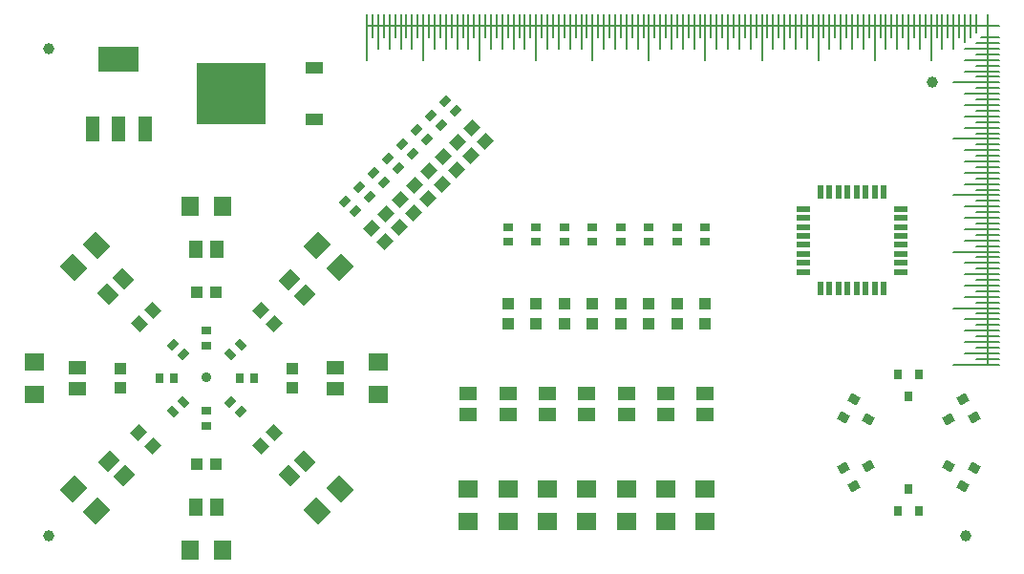
<source format=gbr>
%TF.GenerationSoftware,KiCad,Pcbnew,6.0.11-2627ca5db0~126~ubuntu20.04.1*%
%TF.CreationDate,2023-07-21T22:08:40+02:00*%
%TF.ProjectId,Demo Board v2,44656d6f-2042-46f6-9172-642076322e6b,rev?*%
%TF.SameCoordinates,Original*%
%TF.FileFunction,Copper,L6,Bot*%
%TF.FilePolarity,Positive*%
%FSLAX46Y46*%
G04 Gerber Fmt 4.6, Leading zero omitted, Abs format (unit mm)*
G04 Created by KiCad (PCBNEW 6.0.11-2627ca5db0~126~ubuntu20.04.1) date 2023-07-21 22:08:40*
%MOMM*%
%LPD*%
G01*
G04 APERTURE LIST*
G04 Aperture macros list*
%AMRoundRect*
0 Rectangle with rounded corners*
0 $1 Rounding radius*
0 $2 $3 $4 $5 $6 $7 $8 $9 X,Y pos of 4 corners*
0 Add a 4 corners polygon primitive as box body*
4,1,4,$2,$3,$4,$5,$6,$7,$8,$9,$2,$3,0*
0 Add four circle primitives for the rounded corners*
1,1,$1+$1,$2,$3*
1,1,$1+$1,$4,$5*
1,1,$1+$1,$6,$7*
1,1,$1+$1,$8,$9*
0 Add four rect primitives between the rounded corners*
20,1,$1+$1,$2,$3,$4,$5,0*
20,1,$1+$1,$4,$5,$6,$7,0*
20,1,$1+$1,$6,$7,$8,$9,0*
20,1,$1+$1,$8,$9,$2,$3,0*%
%AMRotRect*
0 Rectangle, with rotation*
0 The origin of the aperture is its center*
0 $1 length*
0 $2 width*
0 $3 Rotation angle, in degrees counterclockwise*
0 Add horizontal line*
21,1,$1,$2,0,0,$3*%
G04 Aperture macros list end*
%TA.AperFunction,SMDPad,CuDef*%
%ADD10R,1.100000X1.000000*%
%TD*%
%TA.AperFunction,SMDPad,CuDef*%
%ADD11R,1.500000X1.300000*%
%TD*%
%TA.AperFunction,SMDPad,CuDef*%
%ADD12R,0.900000X0.700000*%
%TD*%
%TA.AperFunction,SMDPad,CuDef*%
%ADD13RotRect,1.300000X1.500000X315.000000*%
%TD*%
%TA.AperFunction,SMDPad,CuDef*%
%ADD14R,1.300000X1.500000*%
%TD*%
%TA.AperFunction,SMDPad,CuDef*%
%ADD15RotRect,1.000000X1.100000X135.000000*%
%TD*%
%TA.AperFunction,SMDPad,CuDef*%
%ADD16R,1.600000X1.803000*%
%TD*%
%TA.AperFunction,SMDPad,CuDef*%
%ADD17RotRect,1.600000X1.803000X45.000000*%
%TD*%
%TA.AperFunction,SMDPad,CuDef*%
%ADD18R,1.803000X1.600000*%
%TD*%
%TA.AperFunction,SMDPad,CuDef*%
%ADD19RotRect,0.700000X0.900000X315.000000*%
%TD*%
%TA.AperFunction,SMDPad,CuDef*%
%ADD20RoundRect,0.500000X0.000000X0.000000X0.000000X0.000000X0.000000X0.000000X0.000000X0.000000X0*%
%TD*%
%TA.AperFunction,SMDPad,CuDef*%
%ADD21R,1.270000X0.558800*%
%TD*%
%TA.AperFunction,SMDPad,CuDef*%
%ADD22R,0.558800X1.270000*%
%TD*%
%TA.AperFunction,SMDPad,CuDef*%
%ADD23RotRect,1.600000X1.803000X225.000000*%
%TD*%
%TA.AperFunction,SMDPad,CuDef*%
%ADD24RotRect,0.800000X0.900000X240.000000*%
%TD*%
%TA.AperFunction,SMDPad,CuDef*%
%ADD25R,1.600000X1.000000*%
%TD*%
%TA.AperFunction,SMDPad,CuDef*%
%ADD26R,6.200000X5.400000*%
%TD*%
%TA.AperFunction,SMDPad,CuDef*%
%ADD27R,0.700000X0.900000*%
%TD*%
%TA.AperFunction,SMDPad,CuDef*%
%ADD28RotRect,0.700000X0.900000X135.000000*%
%TD*%
%TA.AperFunction,SMDPad,CuDef*%
%ADD29RotRect,1.000000X1.100000X315.000000*%
%TD*%
%TA.AperFunction,SMDPad,CuDef*%
%ADD30R,1.219200X2.235200*%
%TD*%
%TA.AperFunction,SMDPad,CuDef*%
%ADD31R,3.600000X2.200000*%
%TD*%
%TA.AperFunction,SMDPad,CuDef*%
%ADD32RotRect,1.300000X1.500000X135.000000*%
%TD*%
%TA.AperFunction,SMDPad,CuDef*%
%ADD33RotRect,1.300000X1.500000X225.000000*%
%TD*%
%TA.AperFunction,SMDPad,CuDef*%
%ADD34RotRect,1.000000X1.100000X225.000000*%
%TD*%
%TA.AperFunction,SMDPad,CuDef*%
%ADD35RotRect,0.800000X0.900000X120.000000*%
%TD*%
%TA.AperFunction,SMDPad,CuDef*%
%ADD36RotRect,1.600000X1.803000X315.000000*%
%TD*%
%TA.AperFunction,SMDPad,CuDef*%
%ADD37R,0.800000X0.900000*%
%TD*%
%TA.AperFunction,SMDPad,CuDef*%
%ADD38RotRect,0.800000X0.900000X300.000000*%
%TD*%
%TA.AperFunction,SMDPad,CuDef*%
%ADD39R,1.000000X1.100000*%
%TD*%
%TA.AperFunction,SMDPad,CuDef*%
%ADD40RotRect,0.700000X0.900000X225.000000*%
%TD*%
%TA.AperFunction,SMDPad,CuDef*%
%ADD41RotRect,1.000000X1.100000X45.000000*%
%TD*%
%TA.AperFunction,SMDPad,CuDef*%
%ADD42RotRect,0.800000X0.900000X60.000000*%
%TD*%
%TA.AperFunction,SMDPad,CuDef*%
%ADD43RotRect,1.300000X1.500000X45.000000*%
%TD*%
%TA.AperFunction,SMDPad,CuDef*%
%ADD44RotRect,1.600000X1.803000X135.000000*%
%TD*%
%TA.AperFunction,ViaPad*%
%ADD45C,0.904800*%
%TD*%
%TA.AperFunction,Conductor*%
%ADD46C,0.154000*%
%TD*%
G04 APERTURE END LIST*
D10*
%TO.P,R0603-26,1*%
%TO.N,N/C*%
X151051100Y-106053600D03*
%TO.P,R0603-26,2*%
X151051100Y-107753600D03*
%TD*%
D11*
%TO.P,R0805-10,1*%
%TO.N,N/C*%
X133261100Y-111673600D03*
%TO.P,R0805-10,2*%
X133261100Y-113573600D03*
%TD*%
D12*
%TO.P,R0402-20,1*%
%TO.N,N/C*%
X156051100Y-99253600D03*
%TO.P,R0402-20,2*%
X156051100Y-100553600D03*
%TD*%
D13*
%TO.P,R0805-11,1*%
%TO.N,N/C*%
X129214820Y-103896374D03*
%TO.P,R0805-11,2*%
X130558322Y-105239876D03*
%TD*%
D14*
%TO.P,R0805-12,1*%
%TO.N,N/C*%
X120881100Y-101193600D03*
%TO.P,R0805-12,2*%
X122781100Y-101193600D03*
%TD*%
D15*
%TO.P,R0603-19,1*%
%TO.N,N/C*%
X140212141Y-97984641D03*
%TO.P,R0603-19,2*%
X139010059Y-96782559D03*
%TD*%
D16*
%TO.P,R1206-12,1*%
%TO.N,N/C*%
X123253100Y-97383600D03*
%TO.P,R1206-12,2*%
X120409100Y-97383600D03*
%TD*%
D17*
%TO.P,R1206-9,1*%
%TO.N,N/C*%
X131620594Y-124424106D03*
%TO.P,R1206-9,2*%
X133631606Y-122413094D03*
%TD*%
D18*
%TO.P,R1206-21,1*%
%TO.N,N/C*%
X159051100Y-125325600D03*
%TO.P,R1206-21,2*%
X159051100Y-122481600D03*
%TD*%
D12*
%TO.P,R0402-17,1*%
%TO.N,N/C*%
X148551100Y-99253600D03*
%TO.P,R0402-17,2*%
X148551100Y-100553600D03*
%TD*%
D19*
%TO.P,R0402-25,1*%
%TO.N,N/C*%
X134071481Y-96923981D03*
%TO.P,R0402-25,2*%
X134990719Y-97843219D03*
%TD*%
D18*
%TO.P,R1206-10,1*%
%TO.N,N/C*%
X137071100Y-114045600D03*
%TO.P,R1206-10,2*%
X137071100Y-111201600D03*
%TD*%
D10*
%TO.P,R0603-32,1*%
%TO.N,N/C*%
X166051100Y-106053600D03*
%TO.P,R0603-32,2*%
X166051100Y-107753600D03*
%TD*%
D20*
%TO.P,FID-8,1*%
%TO.N,N/C*%
X189141100Y-126593600D03*
%TD*%
D11*
%TO.P,R0805-20,1*%
%TO.N,N/C*%
X155551100Y-113953600D03*
%TO.P,R0805-20,2*%
X155551100Y-115853600D03*
%TD*%
D21*
%TO.P,TQFP-32-2,1*%
%TO.N,N/C*%
X183343700Y-97603600D03*
%TO.P,TQFP-32-2,2*%
X183343700Y-98403600D03*
%TO.P,TQFP-32-2,3*%
X183343700Y-99203600D03*
%TO.P,TQFP-32-2,4*%
X183343700Y-100003600D03*
%TO.P,TQFP-32-2,5*%
X183343700Y-100803600D03*
%TO.P,TQFP-32-2,6*%
X183343700Y-101603600D03*
%TO.P,TQFP-32-2,7*%
X183343700Y-102403600D03*
%TO.P,TQFP-32-2,8*%
X183343700Y-103203600D03*
D22*
%TO.P,TQFP-32-2,9*%
X181851100Y-104696200D03*
%TO.P,TQFP-32-2,10*%
X181051100Y-104696200D03*
%TO.P,TQFP-32-2,11*%
X180251100Y-104696200D03*
%TO.P,TQFP-32-2,12*%
X179451100Y-104696200D03*
%TO.P,TQFP-32-2,13*%
X178651100Y-104696200D03*
%TO.P,TQFP-32-2,14*%
X177851100Y-104696200D03*
%TO.P,TQFP-32-2,15*%
X177051100Y-104696200D03*
%TO.P,TQFP-32-2,16*%
X176251100Y-104696200D03*
D21*
%TO.P,TQFP-32-2,17*%
X174758500Y-103203600D03*
%TO.P,TQFP-32-2,18*%
X174758500Y-102403600D03*
%TO.P,TQFP-32-2,19*%
X174758500Y-101603600D03*
%TO.P,TQFP-32-2,20*%
X174758500Y-100803600D03*
%TO.P,TQFP-32-2,21*%
X174758500Y-100003600D03*
%TO.P,TQFP-32-2,22*%
X174758500Y-99203600D03*
%TO.P,TQFP-32-2,23*%
X174758500Y-98403600D03*
%TO.P,TQFP-32-2,24*%
X174758500Y-97603600D03*
D22*
%TO.P,TQFP-32-2,25*%
X176251100Y-96111000D03*
%TO.P,TQFP-32-2,26*%
X177051100Y-96111000D03*
%TO.P,TQFP-32-2,27*%
X177851100Y-96111000D03*
%TO.P,TQFP-32-2,28*%
X178651100Y-96111000D03*
%TO.P,TQFP-32-2,29*%
X179451100Y-96111000D03*
%TO.P,TQFP-32-2,30*%
X180251100Y-96111000D03*
%TO.P,TQFP-32-2,31*%
X181051100Y-96111000D03*
%TO.P,TQFP-32-2,32*%
X181851100Y-96111000D03*
%TD*%
D23*
%TO.P,R1206-13,1*%
%TO.N,N/C*%
X112041606Y-100823094D03*
%TO.P,R1206-13,2*%
X110030594Y-102834106D03*
%TD*%
D19*
%TO.P,R0402-29,1*%
%TO.N,N/C*%
X139151481Y-91843981D03*
%TO.P,R0402-29,2*%
X140070719Y-92763219D03*
%TD*%
D10*
%TO.P,R0603-31,1*%
%TO.N,N/C*%
X163551100Y-106053600D03*
%TO.P,R0603-31,2*%
X163551100Y-107753600D03*
%TD*%
D11*
%TO.P,R0805-14,1*%
%TO.N,N/C*%
X110401100Y-113573600D03*
%TO.P,R0805-14,2*%
X110401100Y-111673600D03*
%TD*%
D18*
%TO.P,R1206-19,1*%
%TO.N,N/C*%
X152051100Y-125325600D03*
%TO.P,R1206-19,2*%
X152051100Y-122481600D03*
%TD*%
D12*
%TO.P,R0402-16,1*%
%TO.N,N/C*%
X121831100Y-116829600D03*
%TO.P,R0402-16,2*%
X121831100Y-115529600D03*
%TD*%
D11*
%TO.P,R0805-19,1*%
%TO.N,N/C*%
X152051100Y-113953600D03*
%TO.P,R0805-19,2*%
X152051100Y-115853600D03*
%TD*%
D24*
%TO.P,SOT-23-9,1*%
%TO.N,N/C*%
X189847125Y-120555876D03*
%TO.P,SOT-23-9,2*%
X188897125Y-122201324D03*
%TO.P,SOT-23-9,3*%
X187640075Y-120378600D03*
%TD*%
D12*
%TO.P,R0402-24,1*%
%TO.N,N/C*%
X166051100Y-99253600D03*
%TO.P,R0402-24,2*%
X166051100Y-100553600D03*
%TD*%
D18*
%TO.P,R1206-23,1*%
%TO.N,N/C*%
X166051100Y-125325600D03*
%TO.P,R1206-23,2*%
X166051100Y-122481600D03*
%TD*%
D19*
%TO.P,R0402-27,1*%
%TO.N,N/C*%
X136611481Y-94383981D03*
%TO.P,R0402-27,2*%
X137530719Y-95303219D03*
%TD*%
D20*
%TO.P,FID-7,1*%
%TO.N,N/C*%
X186141100Y-86413600D03*
%TD*%
D18*
%TO.P,R1206-22,1*%
%TO.N,N/C*%
X162551100Y-125325600D03*
%TO.P,R1206-22,2*%
X162551100Y-122481600D03*
%TD*%
D12*
%TO.P,R0402-18,1*%
%TO.N,N/C*%
X151051100Y-99253600D03*
%TO.P,R0402-18,2*%
X151051100Y-100553600D03*
%TD*%
D10*
%TO.P,R0603-27,1*%
%TO.N,N/C*%
X153551100Y-106053600D03*
%TO.P,R0603-27,2*%
X153551100Y-107753600D03*
%TD*%
D25*
%TO.P,SOT-251-2,1*%
%TO.N,N/C*%
X131351100Y-85123600D03*
%TO.P,SOT-251-2,2*%
X131351100Y-89683600D03*
D26*
%TO.P,SOT-251-2,3*%
X124051100Y-87403600D03*
%TD*%
D27*
%TO.P,R0402-14,1*%
%TO.N,N/C*%
X117625100Y-112623600D03*
%TO.P,R0402-14,2*%
X118925100Y-112623600D03*
%TD*%
D10*
%TO.P,R0603-10,1*%
%TO.N,N/C*%
X129451100Y-111773600D03*
%TO.P,R0603-10,2*%
X129451100Y-113473600D03*
%TD*%
D28*
%TO.P,R0402-9,1*%
%TO.N,N/C*%
X124830719Y-115623219D03*
%TO.P,R0402-9,2*%
X123911481Y-114703981D03*
%TD*%
D29*
%TO.P,R0603-15,1*%
%TO.N,N/C*%
X115832559Y-117420059D03*
%TO.P,R0603-15,2*%
X117034641Y-118622141D03*
%TD*%
D10*
%TO.P,R0603-14,1*%
%TO.N,N/C*%
X114211100Y-111773600D03*
%TO.P,R0603-14,2*%
X114211100Y-113473600D03*
%TD*%
D15*
%TO.P,R0603-20,1*%
%TO.N,N/C*%
X141482141Y-96714641D03*
%TO.P,R0603-20,2*%
X140280059Y-95512559D03*
%TD*%
D30*
%TO.P,SOT-223-2,1*%
%TO.N,N/C*%
X116362500Y-90502400D03*
%TO.P,SOT-223-2,2*%
X114051100Y-90502400D03*
%TO.P,SOT-223-2,3*%
X111739700Y-90502400D03*
D31*
%TO.P,SOT-223-2,4*%
X114051100Y-84304600D03*
%TD*%
D32*
%TO.P,R0805-15,1*%
%TO.N,N/C*%
X114510879Y-121287326D03*
%TO.P,R0805-15,2*%
X113167377Y-119943824D03*
%TD*%
D19*
%TO.P,R0402-28,1*%
%TO.N,N/C*%
X137881481Y-93113981D03*
%TO.P,R0402-28,2*%
X138800719Y-94033219D03*
%TD*%
D12*
%TO.P,R0402-22,1*%
%TO.N,N/C*%
X161051100Y-99253600D03*
%TO.P,R0402-22,2*%
X161051100Y-100553600D03*
%TD*%
D15*
%TO.P,R0603-24,1*%
%TO.N,N/C*%
X146562141Y-91634641D03*
%TO.P,R0603-24,2*%
X145360059Y-90432559D03*
%TD*%
D33*
%TO.P,R0805-13,1*%
%TO.N,N/C*%
X114447376Y-103832878D03*
%TO.P,R0805-13,2*%
X113103874Y-105176380D03*
%TD*%
D34*
%TO.P,R0603-13,1*%
%TO.N,N/C*%
X117098141Y-106625059D03*
%TO.P,R0603-13,2*%
X115896059Y-107827141D03*
%TD*%
D19*
%TO.P,R0402-32,1*%
%TO.N,N/C*%
X142961481Y-88033981D03*
%TO.P,R0402-32,2*%
X143880719Y-88953219D03*
%TD*%
D10*
%TO.P,R0603-30,1*%
%TO.N,N/C*%
X161051100Y-106053600D03*
%TO.P,R0603-30,2*%
X161051100Y-107753600D03*
%TD*%
D11*
%TO.P,R0805-23,1*%
%TO.N,N/C*%
X166051100Y-113953600D03*
%TO.P,R0805-23,2*%
X166051100Y-115853600D03*
%TD*%
D28*
%TO.P,R0402-13,1*%
%TO.N,N/C*%
X119750719Y-110543219D03*
%TO.P,R0402-13,2*%
X118831481Y-109623981D03*
%TD*%
D35*
%TO.P,SOT-23-11,1*%
%TO.N,N/C*%
X179225075Y-122201324D03*
%TO.P,SOT-23-11,2*%
X178275075Y-120555876D03*
%TO.P,SOT-23-11,3*%
X180482125Y-120378600D03*
%TD*%
D11*
%TO.P,R0805-21,1*%
%TO.N,N/C*%
X159051100Y-113953600D03*
%TO.P,R0805-21,2*%
X159051100Y-115853600D03*
%TD*%
D18*
%TO.P,R1206-20,1*%
%TO.N,N/C*%
X155551100Y-125325600D03*
%TO.P,R1206-20,2*%
X155551100Y-122481600D03*
%TD*%
D19*
%TO.P,R0402-30,1*%
%TO.N,N/C*%
X140421481Y-90573981D03*
%TO.P,R0402-30,2*%
X141340719Y-91493219D03*
%TD*%
D14*
%TO.P,R0805-16,1*%
%TO.N,N/C*%
X122781100Y-124053600D03*
%TO.P,R0805-16,2*%
X120881100Y-124053600D03*
%TD*%
D36*
%TO.P,R1206-15,1*%
%TO.N,N/C*%
X110030594Y-122413094D03*
%TO.P,R1206-15,2*%
X112041606Y-124424106D03*
%TD*%
D37*
%TO.P,SOT-23-10,1*%
%TO.N,N/C*%
X185011100Y-124418600D03*
%TO.P,SOT-23-10,2*%
X183111100Y-124418600D03*
%TO.P,SOT-23-10,3*%
X184061100Y-122418600D03*
%TD*%
D20*
%TO.P,FID-5,1*%
%TO.N,N/C*%
X107861100Y-126593600D03*
%TD*%
D15*
%TO.P,R0603-21,1*%
%TO.N,N/C*%
X142752141Y-95444641D03*
%TO.P,R0603-21,2*%
X141550059Y-94242559D03*
%TD*%
D38*
%TO.P,SOT-23-8,1*%
%TO.N,N/C*%
X188897125Y-114475876D03*
%TO.P,SOT-23-8,2*%
X189847125Y-116121324D03*
%TO.P,SOT-23-8,3*%
X187640075Y-116298600D03*
%TD*%
D37*
%TO.P,SOT-23-7,1*%
%TO.N,N/C*%
X183111100Y-112258600D03*
%TO.P,SOT-23-7,2*%
X185011100Y-112258600D03*
%TO.P,SOT-23-7,3*%
X184061100Y-114258600D03*
%TD*%
D10*
%TO.P,R0603-29,1*%
%TO.N,N/C*%
X158551100Y-106053600D03*
%TO.P,R0603-29,2*%
X158551100Y-107753600D03*
%TD*%
%TO.P,R0603-28,1*%
%TO.N,N/C*%
X156051100Y-106053600D03*
%TO.P,R0603-28,2*%
X156051100Y-107753600D03*
%TD*%
D39*
%TO.P,R0603-16,1*%
%TO.N,N/C*%
X120981100Y-120243600D03*
%TO.P,R0603-16,2*%
X122681100Y-120243600D03*
%TD*%
D10*
%TO.P,R0603-25,1*%
%TO.N,N/C*%
X148551100Y-106053600D03*
%TO.P,R0603-25,2*%
X148551100Y-107753600D03*
%TD*%
D40*
%TO.P,R0402-11,1*%
%TO.N,N/C*%
X124830719Y-109623981D03*
%TO.P,R0402-11,2*%
X123911481Y-110543219D03*
%TD*%
D41*
%TO.P,R0603-9,1*%
%TO.N,N/C*%
X126627559Y-118622141D03*
%TO.P,R0603-9,2*%
X127829641Y-117420059D03*
%TD*%
D15*
%TO.P,R0603-17,1*%
%TO.N,N/C*%
X137672141Y-100524641D03*
%TO.P,R0603-17,2*%
X136470059Y-99322559D03*
%TD*%
D12*
%TO.P,R0402-23,1*%
%TO.N,N/C*%
X163551100Y-99253600D03*
%TO.P,R0402-23,2*%
X163551100Y-100553600D03*
%TD*%
%TO.P,R0402-12,1*%
%TO.N,N/C*%
X121831100Y-108417600D03*
%TO.P,R0402-12,2*%
X121831100Y-109717600D03*
%TD*%
D16*
%TO.P,R1206-16,1*%
%TO.N,N/C*%
X120409100Y-127863600D03*
%TO.P,R1206-16,2*%
X123253100Y-127863600D03*
%TD*%
D19*
%TO.P,R0402-31,1*%
%TO.N,N/C*%
X141691481Y-89303981D03*
%TO.P,R0402-31,2*%
X142610719Y-90223219D03*
%TD*%
D18*
%TO.P,R1206-14,1*%
%TO.N,N/C*%
X106591100Y-111201600D03*
%TO.P,R1206-14,2*%
X106591100Y-114045600D03*
%TD*%
D12*
%TO.P,R0402-19,1*%
%TO.N,N/C*%
X153551100Y-99253600D03*
%TO.P,R0402-19,2*%
X153551100Y-100553600D03*
%TD*%
D42*
%TO.P,SOT-23-12,1*%
%TO.N,N/C*%
X178275075Y-116121324D03*
%TO.P,SOT-23-12,2*%
X179225075Y-114475876D03*
%TO.P,SOT-23-12,3*%
X180482125Y-116298600D03*
%TD*%
D12*
%TO.P,R0402-21,1*%
%TO.N,N/C*%
X158551100Y-99253600D03*
%TO.P,R0402-21,2*%
X158551100Y-100553600D03*
%TD*%
D15*
%TO.P,R0603-11,1*%
%TO.N,N/C*%
X127829641Y-107827141D03*
%TO.P,R0603-11,2*%
X126627559Y-106625059D03*
%TD*%
D39*
%TO.P,R0603-12,1*%
%TO.N,N/C*%
X120981100Y-105003600D03*
%TO.P,R0603-12,2*%
X122681100Y-105003600D03*
%TD*%
D15*
%TO.P,R0603-23,1*%
%TO.N,N/C*%
X145292141Y-92904641D03*
%TO.P,R0603-23,2*%
X144090059Y-91702559D03*
%TD*%
D43*
%TO.P,R0805-9,1*%
%TO.N,N/C*%
X129151324Y-121287323D03*
%TO.P,R0805-9,2*%
X130494826Y-119943821D03*
%TD*%
D15*
%TO.P,R0603-22,1*%
%TO.N,N/C*%
X144022141Y-94174641D03*
%TO.P,R0603-22,2*%
X142820059Y-92972559D03*
%TD*%
D40*
%TO.P,R0402-15,1*%
%TO.N,N/C*%
X119750719Y-114703981D03*
%TO.P,R0402-15,2*%
X118831481Y-115623219D03*
%TD*%
D15*
%TO.P,R0603-18,1*%
%TO.N,N/C*%
X138942141Y-99254641D03*
%TO.P,R0603-18,2*%
X137740059Y-98052559D03*
%TD*%
D19*
%TO.P,R0402-26,1*%
%TO.N,N/C*%
X135341481Y-95653981D03*
%TO.P,R0402-26,2*%
X136260719Y-96573219D03*
%TD*%
D20*
%TO.P,FID-6,1*%
%TO.N,N/C*%
X107861100Y-83413600D03*
%TD*%
D18*
%TO.P,R1206-17,1*%
%TO.N,N/C*%
X145051100Y-125325600D03*
%TO.P,R1206-17,2*%
X145051100Y-122481600D03*
%TD*%
D27*
%TO.P,R0402-10,1*%
%TO.N,N/C*%
X126037100Y-112623600D03*
%TO.P,R0402-10,2*%
X124737100Y-112623600D03*
%TD*%
D44*
%TO.P,R1206-11,1*%
%TO.N,N/C*%
X133631606Y-102834106D03*
%TO.P,R1206-11,2*%
X131620594Y-100823094D03*
%TD*%
D11*
%TO.P,R0805-18,1*%
%TO.N,N/C*%
X148551100Y-113953600D03*
%TO.P,R0805-18,2*%
X148551100Y-115853600D03*
%TD*%
%TO.P,R0805-17,1*%
%TO.N,N/C*%
X145051100Y-113953600D03*
%TO.P,R0805-17,2*%
X145051100Y-115853600D03*
%TD*%
D18*
%TO.P,R1206-18,1*%
%TO.N,N/C*%
X148551100Y-125325600D03*
%TO.P,R1206-18,2*%
X148551100Y-122481600D03*
%TD*%
D11*
%TO.P,R0805-22,1*%
%TO.N,N/C*%
X162551100Y-113953600D03*
%TO.P,R0805-22,2*%
X162551100Y-115853600D03*
%TD*%
D45*
%TO.N,S$289*%
X121851100Y-112503600D03*
%TD*%
D46*
%TO.N,S$1*%
X136051100Y-81403600D02*
X136051100Y-84403600D01*
X136051100Y-81403600D02*
X192051100Y-81403600D01*
X136051100Y-80403600D02*
X136051100Y-81403600D01*
%TO.N,S$7*%
X136551100Y-80403600D02*
X136551100Y-82403600D01*
%TO.N,S$2*%
X137051100Y-80403600D02*
X137051100Y-83403600D01*
%TO.N,S$3*%
X137551100Y-80403600D02*
X137551100Y-82403600D01*
%TO.N,S$4*%
X138051100Y-80403600D02*
X138051100Y-83403600D01*
%TO.N,S$5*%
X139551100Y-80403600D02*
X139551100Y-82403600D01*
X140551100Y-80403600D02*
X140551100Y-82403600D01*
X138551100Y-80403600D02*
X138551100Y-82403600D01*
%TO.N,S$6*%
X139051100Y-80403600D02*
X139051100Y-83403600D01*
X140051100Y-80403600D02*
X140051100Y-83403600D01*
%TO.N,S$8*%
X141051100Y-80403600D02*
X141051100Y-84403600D01*
%TO.N,S$9*%
X141551100Y-80403600D02*
X141551100Y-82403600D01*
%TO.N,S$10*%
X142051100Y-80403600D02*
X142051100Y-83403600D01*
%TO.N,S$11*%
X142551100Y-80403600D02*
X142551100Y-82403600D01*
%TO.N,S$12*%
X143051100Y-80403600D02*
X143051100Y-83403600D01*
%TO.N,S$13*%
X145551100Y-80403600D02*
X145551100Y-82403600D01*
X144551100Y-80403600D02*
X144551100Y-82403600D01*
X143551100Y-80403600D02*
X143551100Y-82403600D01*
%TO.N,S$14*%
X145051100Y-80403600D02*
X145051100Y-83403600D01*
X144051100Y-80403600D02*
X144051100Y-83403600D01*
%TO.N,S$15*%
X146051100Y-80403600D02*
X146051100Y-84403600D01*
%TO.N,S$16*%
X146551100Y-80403600D02*
X146551100Y-82403600D01*
%TO.N,S$17*%
X147051100Y-80403600D02*
X147051100Y-83403600D01*
%TO.N,S$18*%
X147551100Y-80403600D02*
X147551100Y-82403600D01*
%TO.N,S$19*%
X148051100Y-80403600D02*
X148051100Y-83403600D01*
%TO.N,S$20*%
X149551100Y-80403600D02*
X149551100Y-82403600D01*
X148551100Y-80403600D02*
X148551100Y-82403600D01*
X150551100Y-80403600D02*
X150551100Y-82403600D01*
%TO.N,S$21*%
X150051100Y-80403600D02*
X150051100Y-83403600D01*
X149051100Y-80403600D02*
X149051100Y-83403600D01*
%TO.N,S$22*%
X151051100Y-80403600D02*
X151051100Y-84403600D01*
%TO.N,S$23*%
X151551100Y-80403600D02*
X151551100Y-82403600D01*
%TO.N,S$24*%
X152051100Y-80403600D02*
X152051100Y-83403600D01*
%TO.N,S$25*%
X152551100Y-80403600D02*
X152551100Y-82403600D01*
%TO.N,S$26*%
X153051100Y-80403600D02*
X153051100Y-83403600D01*
%TO.N,S$27*%
X154551100Y-80403600D02*
X154551100Y-82403600D01*
X155551100Y-80403600D02*
X155551100Y-82403600D01*
X153551100Y-80403600D02*
X153551100Y-82403600D01*
%TO.N,S$28*%
X155051100Y-80403600D02*
X155051100Y-83403600D01*
X154051100Y-80403600D02*
X154051100Y-83403600D01*
%TO.N,S$29*%
X156051100Y-80403600D02*
X156051100Y-84403600D01*
%TO.N,S$30*%
X156551100Y-80403600D02*
X156551100Y-82403600D01*
%TO.N,S$31*%
X157051100Y-80403600D02*
X157051100Y-83403600D01*
%TO.N,S$32*%
X157551100Y-80403600D02*
X157551100Y-82403600D01*
%TO.N,S$33*%
X158051100Y-80403600D02*
X158051100Y-83403600D01*
%TO.N,S$34*%
X160551100Y-80403600D02*
X160551100Y-82403600D01*
X159551100Y-80403600D02*
X159551100Y-82403600D01*
X158551100Y-80403600D02*
X158551100Y-82403600D01*
%TO.N,S$35*%
X160051100Y-80403600D02*
X160051100Y-83403600D01*
X159051100Y-80403600D02*
X159051100Y-83403600D01*
%TO.N,S$36*%
X161051100Y-80403600D02*
X161051100Y-84403600D01*
%TO.N,S$37*%
X161551100Y-80403600D02*
X161551100Y-82403600D01*
%TO.N,S$38*%
X162051100Y-80403600D02*
X162051100Y-83403600D01*
%TO.N,S$39*%
X162551100Y-80403600D02*
X162551100Y-82403600D01*
%TO.N,S$40*%
X163051100Y-80403600D02*
X163051100Y-83403600D01*
%TO.N,S$41*%
X164551100Y-80403600D02*
X164551100Y-82403600D01*
X165551100Y-80403600D02*
X165551100Y-82403600D01*
X163551100Y-80403600D02*
X163551100Y-82403600D01*
%TO.N,S$42*%
X164051100Y-80403600D02*
X164051100Y-83403600D01*
X165051100Y-80403600D02*
X165051100Y-83403600D01*
%TO.N,S$43*%
X166051100Y-80403600D02*
X166051100Y-84403600D01*
%TO.N,S$44*%
X166551100Y-80403600D02*
X166551100Y-82403600D01*
%TO.N,S$45*%
X167051100Y-80403600D02*
X167051100Y-83403600D01*
%TO.N,S$46*%
X167551100Y-80403600D02*
X167551100Y-82403600D01*
%TO.N,S$47*%
X168051100Y-80403600D02*
X168051100Y-83403600D01*
%TO.N,S$48*%
X170551100Y-80403600D02*
X170551100Y-82403600D01*
X169551100Y-80403600D02*
X169551100Y-82403600D01*
X168551100Y-80403600D02*
X168551100Y-82403600D01*
%TO.N,S$49*%
X169051100Y-80403600D02*
X169051100Y-83403600D01*
X170051100Y-80403600D02*
X170051100Y-83403600D01*
%TO.N,S$50*%
X171051100Y-80403600D02*
X171051100Y-84403600D01*
%TO.N,S$51*%
X171551100Y-80403600D02*
X171551100Y-82403600D01*
%TO.N,S$52*%
X172051100Y-80403600D02*
X172051100Y-83403600D01*
%TO.N,S$53*%
X172551100Y-80403600D02*
X172551100Y-82403600D01*
%TO.N,S$54*%
X173051100Y-80403600D02*
X173051100Y-83403600D01*
%TO.N,S$55*%
X175551100Y-80403600D02*
X175551100Y-82403600D01*
X174551100Y-80403600D02*
X174551100Y-82403600D01*
X173551100Y-80403600D02*
X173551100Y-82403600D01*
%TO.N,S$56*%
X174051100Y-80403600D02*
X174051100Y-83403600D01*
X175051100Y-80403600D02*
X175051100Y-83403600D01*
%TO.N,S$57*%
X176051100Y-80403600D02*
X176051100Y-84403600D01*
%TO.N,S$58*%
X176551100Y-80403600D02*
X176551100Y-82403600D01*
%TO.N,S$59*%
X177051100Y-80403600D02*
X177051100Y-83403600D01*
%TO.N,S$60*%
X177551100Y-80403600D02*
X177551100Y-82403600D01*
%TO.N,S$61*%
X178051100Y-80403600D02*
X178051100Y-83403600D01*
%TO.N,S$62*%
X179551100Y-80403600D02*
X179551100Y-82403600D01*
X180551100Y-80403600D02*
X180551100Y-82403600D01*
X178551100Y-80403600D02*
X178551100Y-82403600D01*
%TO.N,S$63*%
X180051100Y-80403600D02*
X180051100Y-83403600D01*
X179051100Y-80403600D02*
X179051100Y-83403600D01*
%TO.N,S$64*%
X181051100Y-80403600D02*
X181051100Y-84403600D01*
%TO.N,S$65*%
X181551100Y-80403600D02*
X181551100Y-82403600D01*
%TO.N,S$66*%
X182051100Y-80403600D02*
X182051100Y-83403600D01*
%TO.N,S$67*%
X182551100Y-80403600D02*
X182551100Y-82403600D01*
%TO.N,S$68*%
X183051100Y-80403600D02*
X183051100Y-83403600D01*
%TO.N,S$69*%
X184551100Y-80403600D02*
X184551100Y-82403600D01*
X183551100Y-80403600D02*
X183551100Y-82403600D01*
X185551100Y-80403600D02*
X185551100Y-82403600D01*
%TO.N,S$70*%
X185051100Y-80403600D02*
X185051100Y-83403600D01*
X184051100Y-80403600D02*
X184051100Y-83403600D01*
%TO.N,S$71*%
X186051100Y-80403600D02*
X186051100Y-84403600D01*
%TO.N,S$72*%
X186551100Y-80403600D02*
X186551100Y-82403600D01*
%TO.N,S$73*%
X187051100Y-80403600D02*
X187051100Y-83403600D01*
%TO.N,S$74*%
X187551100Y-80403600D02*
X187551100Y-82403600D01*
%TO.N,S$75*%
X188051100Y-80403600D02*
X188051100Y-83403600D01*
%TO.N,S$76*%
X189551100Y-80403600D02*
X189551100Y-82403600D01*
X188551100Y-80403600D02*
X188551100Y-82403600D01*
%TO.N,S$77*%
X189051100Y-80403600D02*
X189051100Y-82803600D01*
X190051100Y-80403600D02*
X190051100Y-82003600D01*
%TO.N,S$78*%
X191051100Y-81403600D02*
X191051100Y-80403600D01*
X192051100Y-81403600D02*
X191051100Y-81403600D01*
X191051100Y-81403600D02*
X188051100Y-81403600D01*
X191051100Y-81403600D02*
X191051100Y-111303600D01*
%TO.N,S$80*%
X192051100Y-82403600D02*
X190451100Y-82403600D01*
%TO.N,S$81*%
X192051100Y-82903600D02*
X190051100Y-82903600D01*
%TO.N,S$82*%
X192051100Y-83403600D02*
X189051100Y-83403600D01*
%TO.N,S$83*%
X192051100Y-84903600D02*
X190051100Y-84903600D01*
X192051100Y-83903600D02*
X190051100Y-83903600D01*
X192051100Y-85903600D02*
X190051100Y-85903600D01*
%TO.N,S$84*%
X192051100Y-85403600D02*
X189051100Y-85403600D01*
X192051100Y-84403600D02*
X189051100Y-84403600D01*
%TO.N,S$85*%
X192051100Y-86403600D02*
X188051100Y-86403600D01*
%TO.N,S$86*%
X192051100Y-86903600D02*
X190051100Y-86903600D01*
%TO.N,S$87*%
X192051100Y-87403600D02*
X189051100Y-87403600D01*
%TO.N,S$88*%
X192051100Y-87903600D02*
X190051100Y-87903600D01*
%TO.N,S$89*%
X192051100Y-88403600D02*
X189051100Y-88403600D01*
%TO.N,S$90*%
X192051100Y-89903600D02*
X190051100Y-89903600D01*
X192051100Y-88903600D02*
X190051100Y-88903600D01*
X192051100Y-90903600D02*
X190051100Y-90903600D01*
%TO.N,S$91*%
X192051100Y-89403600D02*
X189051100Y-89403600D01*
X192051100Y-90403600D02*
X189051100Y-90403600D01*
%TO.N,S$92*%
X192051100Y-91403600D02*
X188051100Y-91403600D01*
%TO.N,S$93*%
X192051100Y-91903600D02*
X190051100Y-91903600D01*
%TO.N,S$94*%
X192051100Y-92403600D02*
X189051100Y-92403600D01*
%TO.N,S$95*%
X192051100Y-92903600D02*
X190051100Y-92903600D01*
%TO.N,S$96*%
X192051100Y-93403600D02*
X189051100Y-93403600D01*
%TO.N,S$97*%
X192051100Y-95903600D02*
X190051100Y-95903600D01*
X192051100Y-94903600D02*
X190051100Y-94903600D01*
X192051100Y-93903600D02*
X190051100Y-93903600D01*
%TO.N,S$98*%
X192051100Y-95403600D02*
X189051100Y-95403600D01*
X192051100Y-94403600D02*
X189051100Y-94403600D01*
%TO.N,S$99*%
X192051100Y-96403600D02*
X188051100Y-96403600D01*
%TO.N,S$100*%
X192051100Y-96903600D02*
X190051100Y-96903600D01*
%TO.N,S$101*%
X192051100Y-97403600D02*
X189051100Y-97403600D01*
%TO.N,S$102*%
X192051100Y-97903600D02*
X190051100Y-97903600D01*
%TO.N,S$103*%
X192051100Y-98403600D02*
X189051100Y-98403600D01*
%TO.N,S$104*%
X192051100Y-98903600D02*
X190051100Y-98903600D01*
X192051100Y-100903600D02*
X190051100Y-100903600D01*
X192051100Y-99903600D02*
X190051100Y-99903600D01*
%TO.N,S$105*%
X192051100Y-100403600D02*
X189051100Y-100403600D01*
X192051100Y-99403600D02*
X189051100Y-99403600D01*
%TO.N,S$106*%
X192051100Y-101403600D02*
X188051100Y-101403600D01*
%TO.N,S$107*%
X192051100Y-101903600D02*
X190051100Y-101903600D01*
%TO.N,S$108*%
X192051100Y-102403600D02*
X189051100Y-102403600D01*
%TO.N,S$109*%
X192051100Y-102903600D02*
X190051100Y-102903600D01*
%TO.N,S$110*%
X192051100Y-103403600D02*
X189051100Y-103403600D01*
%TO.N,S$111*%
X192051100Y-105903600D02*
X190051100Y-105903600D01*
X192051100Y-103903600D02*
X190051100Y-103903600D01*
X192051100Y-104903600D02*
X190051100Y-104903600D01*
%TO.N,S$112*%
X192051100Y-105403600D02*
X189051100Y-105403600D01*
X192051100Y-104403600D02*
X189051100Y-104403600D01*
%TO.N,S$113*%
X192051100Y-106403600D02*
X188051100Y-106403600D01*
%TO.N,S$114*%
X192051100Y-106903600D02*
X190051100Y-106903600D01*
%TO.N,S$115*%
X192051100Y-107403600D02*
X189051100Y-107403600D01*
%TO.N,S$116*%
X192051100Y-107903600D02*
X190051100Y-107903600D01*
%TO.N,S$117*%
X192051100Y-108403600D02*
X189051100Y-108403600D01*
%TO.N,S$118*%
X192051100Y-110903600D02*
X190051100Y-110903600D01*
X192051100Y-109903600D02*
X190051100Y-109903600D01*
X192051100Y-108903600D02*
X190051100Y-108903600D01*
%TO.N,S$119*%
X192051100Y-109403600D02*
X189051100Y-109403600D01*
X192051100Y-110403600D02*
X189051100Y-110403600D01*
%TO.N,S$120*%
X192051100Y-111403600D02*
X188051100Y-111403600D01*
%TD*%
M02*

</source>
